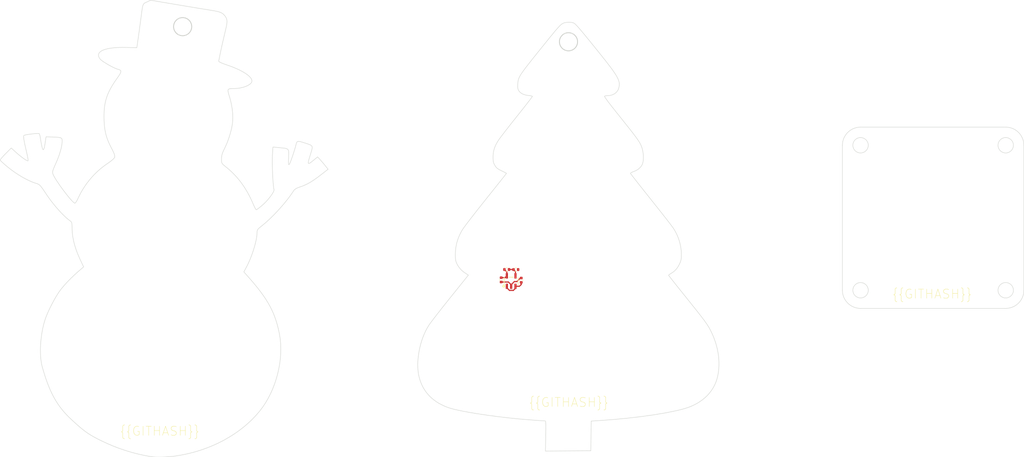
<source format=kicad_pcb>
(kicad_pcb (version 20221018) (generator pcbnew)
  (layers (0 "F.Cu" signal) (31 "B.Cu" signal) (34 "B.Paste" user) (35 "F.Paste" user) (36 "B.SilkS" user "B.Silkscreen") (37 "F.SilkS" user "F.Silkscreen") (38 "B.Mask" user) (39 "F.Mask" user) (44 "Edge.Cuts" user))
  (net 0 "")
  (net 1 "vcc")
  (net 2 "gnd")
  (net 3 "out")
  (net 4 "vcc-1")
  (footprint "lib:SOT-23-5_L3.0-W1.7-P0.95-LS2.8-BL" (layer "F.Cu") (at 148.59 111.76)
    (fp_text reference "U1" hide)
    (fp_text value "")
    (fp_line (start -1.53 0.85) (end -1.53 -0.85) (stroke (width 0.15)) (layer "F.SilkS"))
    (fp_line (start 0.48 -0.85) (end -0.48 -0.85) (stroke (width 0.15)) (layer "F.SilkS"))
    (fp_line (start 1.53 0.85) (end 1.53 -0.85) (stroke (width 0.15)) (layer "F.SilkS"))
    (fp_circle (center -1.65 1.14) (end -1.5 1.14) (stroke (width 0.3)) (fill none) (layer "F.SilkS"))
    (pad "1" smd rect (at -0.95 1.15) (size 0.49 1.16) (layers "F.Cu" "F.Paste" "F.Mask") (net 1 "vcc"))
    (pad "2" smd rect (at 0 1.15) (size 0.49 1.16) (layers "F.Cu" "F.Paste" "F.Mask") (net 2 "gnd"))
    (pad "3" smd rect (at 0.95 1.15) (size 0.49 1.16) (layers "F.Cu" "F.Paste" "F.Mask") (net 1 "vcc"))
    (pad "4" smd rect (at 0.95 -1.15) (size 0.49 1.18) (layers "F.Cu" "F.Paste" "F.Mask") (net 3 "out"))
    (pad "5" smd rect (at -0.95 -1.15) (size 0.49 1.18) (layers "F.Cu" "F.Paste" "F.Mask") (net 4 "vcc-1"))
  )
  (footprint "lib:C0402" (layer "F.Cu") (at 146.390075 111.493052 -90)
    (fp_text reference "C2" hide)
    (fp_text value "Multilayer Ceramic Capacitors MLCC - SMD/SMT 1uF 6.3V 0402 RoHS")
    (fp_line (start -0.107836 -0.36) (end 0.107836 -0.36) (stroke (width 0.12)) (layer "F.SilkS"))
    (fp_line (start -0.107836 0.36) (end 0.107836 0.36) (stroke (width 0.12)) (layer "F.SilkS"))
    (pad "1" smd roundrect (at -0.48 0 270) (size 0.56 0.62) (layers "F.Cu" "F.Paste" "F.Mask") (net 4 "vcc-1"))
    (pad "2" smd roundrect (at 0.48 0 270) (size 0.56 0.62) (layers "F.Cu" "F.Paste" "F.Mask") (net 2 "gnd"))
  )
  (footprint "lib:R0402" (layer "F.Cu") (at 149.613894 109.22145)
    (fp_text reference "R2" hide)
    (fp_text value "Chip Resistor - Surface Mount 10KOhms ±5% 1/16W 0402 RoHS")
    (fp_line (start -0.153641 -0.38) (end 0.153641 -0.38) (stroke (width 0.12)) (layer "F.SilkS"))
    (fp_line (start -0.153641 0.38) (end 0.153641 0.38) (stroke (width 0.12)) (layer "F.SilkS"))
    (pad "1" smd roundrect (at -0.51 0) (size 0.54 0.64) (layers "F.Cu" "F.Paste" "F.Mask") (net 3 "out"))
    (pad "2" smd roundrect (at 0.51 0) (size 0.54 0.64) (layers "F.Cu" "F.Paste" "F.Mask") (net 2 "gnd"))
  )
  (footprint "lib:C0402" (layer "F.Cu") (at 150.806177 111.570302 90)
    (fp_text reference "C1" hide)
    (fp_text value "Multilayer Ceramic Capacitors MLCC - SMD/SMT 1uF 6.3V 0402 RoHS")
    (fp_line (start -0.107836 -0.36) (end 0.107836 -0.36) (stroke (width 0.12)) (layer "F.SilkS"))
    (fp_line (start -0.107836 0.36) (end 0.107836 0.36) (stroke (width 0.12)) (layer "F.SilkS"))
    (pad "1" smd roundrect (at -0.48 0 90) (size 0.56 0.62) (layers "F.Cu" "F.Paste" "F.Mask") (net 1 "vcc"))
    (pad "2" smd roundrect (at 0.48 0 90) (size 0.56 0.62) (layers "F.Cu" "F.Paste" "F.Mask") (net 2 "gnd"))
  )
  (footprint "lib:R0402" (layer "F.Cu") (at 147.607116 109.208828)
    (fp_text reference "R1" hide)
    (fp_text value "Chip Resistor - Surface Mount 18KOhms ±5% 1/16W 0402 RoHS")
    (fp_line (start -0.153641 -0.38) (end 0.153641 -0.38) (stroke (width 0.12)) (layer "F.SilkS"))
    (fp_line (start -0.153641 0.38) (end 0.153641 0.38) (stroke (width 0.12)) (layer "F.SilkS"))
    (pad "1" smd roundrect (at -0.51 0) (size 0.54 0.64) (layers "F.Cu" "F.Paste" "F.Mask") (net 4 "vcc-1"))
    (pad "2" smd roundrect (at 0.51 0) (size 0.54 0.64) (layers "F.Cu" "F.Paste" "F.Mask") (net 3 "out"))
  )
  (gr_circle (center 225.62 81.79) (end 227.32 81.79) (stroke (width 0.1)) (fill none) (layer "Edge.Cuts"))
  (gr_circle (center 257.62 113.79) (end 259.32 113.79) (stroke (width 0.1)) (fill none) (layer "Edge.Cuts"))
  (gr_circle (center 257.62 81.79) (end 259.32 81.79) (stroke (width 0.1)) (fill none) (layer "Edge.Cuts"))
  (gr_poly (pts (xy 75.142222 50.797022) (xy 79.756606 51.568267) (xy 82.366969 51.99203) (xy 83.019066 52.095762) (xy 83.303876 52.146979) (xy 83.563537 52.198618) (xy 83.799806 52.251323) (xy 84.01444 52.305736) (xy 84.209196 52.362498) (xy 84.385831 52.422252) (xy 84.546102 52.485641) (xy 84.691766 52.553306) (xy 84.824581 52.62589) (xy 84.946303 52.704035) (xy 85.05869 52.788383) (xy 85.163499 52.879577) (xy 85.262486 52.978258) (xy 85.357409 53.08507) (xy 85.479286 53.234958) (xy 85.586233 53.378736) (xy 85.634185 53.44915) (xy 85.678498 53.519015) (xy 85.719202 53.588656) (xy 85.75633 53.658402) (xy 85.789911 53.728576) (xy 85.819976 53.799506) (xy 85.846558 53.871517) (xy 85.869686 53.944936) (xy 85.889392 54.020089) (xy 85.905707 54.097301) (xy 85.918662 54.176899) (xy 85.928287 54.259209) (xy 85.934615 54.344557) (xy 85.937675 54.433269) (xy 85.937499 54.525672) (xy 85.934119 54.62209) (xy 85.927564 54.722851) (xy 85.917866 54.82828) (xy 85.889166 55.054449) (xy 85.848266 55.303204) (xy 85.795414 55.577155) (xy 85.730859 55.878909) (xy 85.654849 56.211077) (xy 84.878546 59.55341) (xy 84.657875 60.550977) (xy 84.450892 61.532488) (xy 84.331406 62.116419) (xy 84.229648 62.629765) (xy 84.15639 63.017063) (xy 84.122409 63.222849) (xy 84.123062 63.236814) (xy 84.127967 63.251873) (xy 84.137065 63.268001) (xy 84.150302 63.285171) (xy 84.167619 63.303357) (xy 84.188962 63.322534) (xy 84.214273 63.342674) (xy 84.243497 63.363751) (xy 84.313454 63.408613) (xy 84.398381 63.456909) (xy 84.497828 63.50843) (xy 84.611342 63.562966) (xy 84.738473 63.620306) (xy 84.878767 63.680241) (xy 85.031775 63.742561) (xy 85.197043 63.807056) (xy 85.374121 63.873515) (xy 85.562558 63.94173) (xy 85.7619 64.011489) (xy 85.971698 64.082583) (xy 86.585981 64.296029) (xy 87.172975 64.516947) (xy 87.730729 64.744054) (xy 88.257293 64.976069) (xy 88.75072 65.211708) (xy 89.209058 65.449689) (xy 89.63036 65.68873) (xy 90.012676 65.927548) (xy 90.354056 66.16486) (xy 90.652552 66.399385) (xy 90.906214 66.629839) (xy 91.113092 66.85494) (xy 91.271238 67.073405) (xy 91.378702 67.283953) (xy 91.412819 67.385857) (xy 91.433535 67.485301) (xy 91.440605 67.582123) (xy 91.433787 67.676165) (xy 91.41712 67.753004) (xy 91.390362 67.829368) (xy 91.35383 67.905131) (xy 91.307839 67.980165) (xy 91.252707 68.054343) (xy 91.188749 68.12754) (xy 91.116281 68.199626) (xy 91.03562 68.270477) (xy 90.947082 68.339964) (xy 90.850984 68.407961) (xy 90.747641 68.47434) (xy 90.637371 68.538975) (xy 90.520488 68.601739) (xy 90.39731 68.662505) (xy 90.268153 68.721145) (xy 90.133332 68.777534) (xy 89.993165 68.831543) (xy 89.847967 68.883047) (xy 89.543745 68.978027) (xy 89.223197 69.06146) (xy 88.888852 69.132329) (xy 88.54324 69.189618) (xy 88.188892 69.232313) (xy 88.009232 69.24787) (xy 87.828337 69.259397) (xy 87.646523 69.266767) (xy 87.464106 69.269854) (xy 87.202959 69.272042) (xy 86.97453 69.277492) (xy 86.777472 69.288473) (xy 86.690288 69.296746) (xy 86.610443 69.307253) (xy 86.537768 69.320276) (xy 86.472096 69.3361) (xy 86.413258 69.355009) (xy 86.361087 69.377285) (xy 86.315414 69.403211) (xy 86.276071 69.433073) (xy 86.24289 69.467154) (xy 86.215703 69.505736) (xy 86.194342 69.549103) (xy 86.178638 69.59754) (xy 86.168424 69.65133) (xy 86.163532 69.710755) (xy 86.163793 69.776101) (xy 86.169039 69.847649) (xy 86.179102 69.925685) (xy 86.193814 70.010491) (xy 86.236514 70.20155) (xy 86.295792 70.423093) (xy 86.370304 70.677389) (xy 86.458705 70.966708) (xy 86.582128 71.384478) (xy 86.694998 71.803093) (xy 86.797211 72.221567) (xy 86.888665 72.638919) (xy 86.969257 73.054166) (xy 87.038885 73.466323) (xy 87.097447 73.874409) (xy 87.144838 74.277439) (xy 87.180958 74.674432) (xy 87.205702 75.064404) (xy 87.21897 75.446371) (xy 87.220657 75.819352) (xy 87.210662 76.182361) (xy 87.188881 76.534418) (xy 87.155212 76.874538) (xy 87.109553 77.201739) (xy 86.986123 77.871628) (xy 86.830027 78.558912) (xy 86.643845 79.255662) (xy 86.430157 79.953949) (xy 86.19154 80.645848) (xy 85.930575 81.323429) (xy 85.649841 81.978766) (xy 85.351916 82.60393) (xy 85.189192 82.938586) (xy 85.118752 83.093315) (xy 85.055229 83.240939) (xy 84.998352 83.382431) (xy 84.947849 83.518761) (xy 84.903447 83.650903) (xy 84.864875 83.779828) (xy 84.831859 83.906506) (xy 84.804129 84.031911) (xy 84.781412 84.157013) (xy 84.763435 84.282785) (xy 84.749927 84.410197) (xy 84.740615 84.540223) (xy 84.735228 84.673833) (xy 84.733493 84.811999) (xy 84.736223 85.129082) (xy 84.741369 85.261496) (xy 84.750575 85.379459) (xy 84.764997 85.485194) (xy 84.774524 85.534172) (xy 84.785789 85.580928) (xy 84.798934 85.625739) (xy 84.814106 85.668884) (xy 84.831447 85.710641) (xy 84.851104 85.751288) (xy 84.873219 85.791103) (xy 84.897937 85.830364) (xy 84.925403 85.869349) (xy 84.955761 85.908337) (xy 84.989155 85.947605) (xy 85.02573 85.987432) (xy 85.109 86.069873) (xy 85.206725 86.157886) (xy 85.320061 86.253696) (xy 85.598185 86.477602) (xy 86.096863 86.886277) (xy 86.577755 87.306529) (xy 87.04138 87.739064) (xy 87.488258 88.184586) (xy 87.918909 88.6438) (xy 88.333852 89.117412) (xy 88.733607 89.606125) (xy 89.118694 90.110646) (xy 89.489632 90.631678) (xy 89.846941 91.169927) (xy 90.19114 91.726098) (xy 90.52275 92.300895) (xy 90.84229 92.895024) (xy 91.150279 93.509189) (xy 91.447237 94.144095) (xy 91.733683 94.800448) (xy 91.84059 95.047283) (xy 91.945802 95.277558) (xy 92.046625 95.486234) (xy 92.140364 95.668271) (xy 92.224324 95.818627) (xy 92.295813 95.932265) (xy 92.326039 95.973739) (xy 92.352136 96.004143) (xy 92.373767 96.022848) (xy 92.382804 96.027616) (xy 92.390597 96.029223) (xy 92.399173 96.028006) (xy 92.410522 96.024397) (xy 92.441219 96.010237) (xy 92.482045 95.987221) (xy 92.53236 95.955824) (xy 92.591521 95.916524) (xy 92.658887 95.869798) (xy 92.815666 95.755976) (xy 92.997564 95.618173) (xy 93.199447 95.460204) (xy 93.416182 95.285885) (xy 93.642634 95.099032) (xy 93.891007 94.882848) (xy 94.141366 94.648628) (xy 94.390948 94.400061) (xy 94.636991 94.140836) (xy 94.87673 93.874641) (xy 95.107403 93.605164) (xy 95.326247 93.336095) (xy 95.530498 93.071122) (xy 95.717394 92.813933) (xy 95.884171 92.568218) (xy 96.028066 92.337665) (xy 96.146316 92.125962) (xy 96.236159 91.936798) (xy 96.294829 91.773863) (xy 96.311612 91.703383) (xy 96.319566 91.640844) (xy 96.318345 91.586706) (xy 96.307605 91.54143) (xy 96.264441 91.378418) (xy 96.221593 91.121805) (xy 96.138989 90.373142) (xy 96.064068 89.386161) (xy 96.001109 88.251583) (xy 95.954389 87.060129) (xy 95.928186 85.902519) (xy 95.926777 84.869474) (xy 95.95444 84.051714) (xy 96.07471 82.177477) (xy 97.36716 82.304781) (xy 98.13507 82.379263) (xy 98.441266 82.413109) (xy 98.700599 82.449744) (xy 98.916803 82.492956) (xy 99.009898 82.518212) (xy 99.09361 82.546534) (xy 99.168406 82.578395) (xy 99.234753 82.614268) (xy 99.293117 82.654627) (xy 99.343964 82.699946) (xy 99.387763 82.750698) (xy 99.424978 82.807357) (xy 99.456076 82.870396) (xy 99.481525 82.94029) (xy 99.501791 83.017511) (xy 99.51734 83.102533) (xy 99.536155 83.297877) (xy 99.541702 83.530109) (xy 99.537716 83.803018) (xy 99.51607 84.486025) (xy 99.501811 85.019341) (xy 99.495778 85.429631) (xy 99.49953 85.727933) (xy 99.505563 85.838537) (xy 99.514626 85.925284) (xy 99.526915 85.989553) (xy 99.542625 86.032723) (xy 99.551823 86.046828) (xy 99.56195 86.056175) (xy 99.573029 86.060938) (xy 99.585085 86.061289) (xy 99.612224 86.049443) (xy 99.643564 86.022019) (xy 99.679299 85.980395) (xy 99.719623 85.925951) (xy 99.770963 85.835961) (xy 99.83738 85.6921) (xy 100.00736 85.267042) (xy 100.213404 84.699332) (xy 100.439353 84.037526) (xy 100.669049 83.330178) (xy 100.886332 82.625845) (xy 101.075044 81.973082) (xy 101.219027 81.420443) (xy 101.232451 81.367288) (xy 101.246658 81.317349) (xy 101.261814 81.270604) (xy 101.278084 81.227032) (xy 101.295634 81.186611) (xy 101.314631 81.149321) (xy 101.33524 81.115138) (xy 101.357628 81.084043) (xy 101.381959 81.056013) (xy 101.4084 81.031027) (xy 101.437117 81.009064) (xy 101.468275 80.990102) (xy 101.502041 80.974119) (xy 101.538581 80.961095) (xy 101.578059 80.951007) (xy 101.620643 80.943835) (xy 101.666497 80.939556) (xy 101.715788 80.938149) (xy 101.768682 80.939594) (xy 101.825345 80.943867) (xy 101.885942 80.950949) (xy 101.950639 80.960817) (xy 102.019603 80.97345) (xy 102.092998 80.988826) (xy 102.170992 81.006924) (xy 102.253749 81.027723) (xy 102.434219 81.077337) (xy 102.635734 81.137495) (xy 102.859622 81.208025) (xy 103.581471 81.438726) (xy 103.868146 81.535185) (xy 104.108644 81.625316) (xy 104.212356 81.669476) (xy 104.305459 81.713816) (xy 104.388264 81.758923) (xy 104.461082 81.805384) (xy 104.524226 81.853787) (xy 104.578006 81.904719) (xy 104.622735 81.958768) (xy 104.658725 82.01652) (xy 104.686285 82.078563) (xy 104.705729 82.145484) (xy 104.717368 82.217871) (xy 104.721513 82.296311) (xy 104.718476 82.381392) (xy 104.708568 82.4737) (xy 104.692102 82.573823) (xy 104.669388 82.682348) (xy 104.606464 82.926954) (xy 104.522289 83.212218) (xy 104.300158 83.92351) (xy 104.076968 84.658354) (xy 103.993442 84.95378) (xy 103.929762 85.203046) (xy 103.886777 85.407528) (xy 103.865337 85.568604) (xy 103.862962 85.633296) (xy 103.866292 85.687652) (xy 103.875434 85.731846) (xy 103.890492 85.766049) (xy 103.911574 85.790433) (xy 103.938786 85.805172) (xy 103.972234 85.810436) (xy 104.012025 85.806398) (xy 104.058263 85.79323) (xy 104.111056 85.771105) (xy 104.236732 85.700671) (xy 104.3899 85.596472) (xy 104.571411 85.459887) (xy 105.02286 85.095065) (xy 105.918216 84.355181) (xy 106.388476 84.86751) (xy 106.496975 84.987739) (xy 106.625318 85.133369) (xy 106.92254 85.478508) (xy 107.242155 85.858286) (xy 107.546176 86.22806) (xy 108.2336 87.076296) (xy 106.72333 88.254687) (xy 106.031007 88.783192) (xy 105.392025 89.245391) (xy 105.089314 89.453516) (xy 104.796071 89.647331) (xy 104.511007 89.827593) (xy 104.232833 89.995056) (xy 103.960259 90.150478) (xy 103.691998 90.294613) (xy 103.426759 90.428217) (xy 103.163254 90.552046) (xy 102.900193 90.666855) (xy 102.636288 90.773401) (xy 102.370249 90.872439) (xy 102.100787 90.964724) (xy 101.955978 91.013649) (xy 101.818902 91.062832) (xy 101.689432 91.112348) (xy 101.567439 91.162273) (xy 101.452795 91.212683) (xy 101.345371 91.263651) (xy 101.245039 91.315254) (xy 101.151671 91.367567) (xy 101.065138 91.420665) (xy 100.985313 91.474624) (xy 100.912065 91.529517) (xy 100.845269 91.585421) (xy 100.784794 91.642412) (xy 100.730512 91.700563) (xy 100.682296 91.759951) (xy 100.640017 91.82065) (xy 100.313962 92.312951) (xy 99.958065 92.82026) (xy 99.575318 93.339289) (xy 99.168711 93.866747) (xy 98.741234 94.399346) (xy 98.295878 94.933795) (xy 97.835635 95.466804) (xy 97.363494 95.995083) (xy 96.882446 96.515343) (xy 96.395482 97.024295) (xy 95.905593 97.518647) (xy 95.415769 97.995111) (xy 94.929002 98.450396) (xy 94.44828 98.881213) (xy 93.976596 99.284272) (xy 93.51694 99.656283) (xy 93.364132 99.777198) (xy 93.228349 99.887118) (xy 93.108601 99.987555) (xy 93.003899 100.080022) (xy 92.913256 100.166032) (xy 92.835682 100.247098) (xy 92.770188 100.324733) (xy 92.741662 100.362737) (xy 92.715786 100.40045) (xy 92.692435 100.438062) (xy 92.671487 100.475762) (xy 92.652817 100.513738) (xy 92.636302 100.552181) (xy 92.621819 100.591279) (xy 92.609244 100.631221) (xy 92.589322 100.714395) (xy 92.575548 100.803215) (xy 92.566934 100.899195) (xy 92.56249 101.003847) (xy 92.561229 101.118685) (xy 92.548214 101.459191) (xy 92.510172 101.840399) (xy 92.448603 102.257479) (xy 92.365007 102.705605) (xy 92.260885 103.179948) (xy 92.137739 103.675679) (xy 91.997068 104.187971) (xy 91.840373 104.711996) (xy 91.669155 105.242926) (xy 91.484915 105.775933) (xy 91.289154 106.306188) (xy 91.083372 106.828864) (xy 90.86907 107.339132) (xy 90.647749 107.832164) (xy 90.420909 108.303133) (xy 90.190051 108.74721) (xy 89.658061 109.729433) (xy 90.799319 111.025652) (xy 91.552256 111.894452) (xy 92.247519 112.726345) (xy 92.887901 113.52649) (xy 93.476195 114.300047) (xy 94.015193 115.052178) (xy 94.507688 115.788042) (xy 94.956473 116.5128) (xy 95.364341 117.231612) (xy 95.734083 117.949638) (xy 96.068493 118.672038) (xy 96.370364 119.403974) (xy 96.642488 120.150605) (xy 96.887657 120.917091) (xy 97.108665 121.708593) (xy 97.308304 122.530271) (xy 97.489367 123.387286) (xy 97.659586 124.435519) (xy 97.764545 125.512723) (xy 97.805707 126.613102) (xy 97.784533 127.73086) (xy 97.702485 128.860202) (xy 97.561026 129.995332) (xy 97.361618 131.130454) (xy 97.105722 132.259774) (xy 96.794801 133.377494) (xy 96.430316 134.47782) (xy 96.01373 135.554956) (xy 95.546505 136.603107) (xy 95.030102 137.616476) (xy 94.465984 138.589268) (xy 93.855613 139.515689) (xy 93.20045 140.389941) (xy 92.386005 141.350273) (xy 91.510226 142.273552) (xy 90.576227 143.158109) (xy 89.587122 144.002278) (xy 88.546024 144.80439) (xy 87.456048 145.562779) (xy 86.320308 146.275777) (xy 85.141916 146.941716) (xy 83.923988 147.558929) (xy 82.669636 148.125749) (xy 81.381976 148.640508) (xy 80.06412 149.101539) (xy 78.719182 149.507174) (xy 77.350277 149.855747) (xy 75.960518 150.145589) (xy 74.553019 150.375033) (xy 73.862872 150.459306) (xy 73.131633 150.525975) (xy 72.383923 150.574372) (xy 71.644361 150.603827) (xy 70.93757 150.613671) (xy 70.288169 150.603235) (xy 69.720779 150.57185) (xy 69.475532 150.548093) (xy 69.26002 150.518847) (xy 69.260051 150.518832) (xy 67.831835 150.262486) (xy 66.416949 149.953785) (xy 65.016193 149.592984) (xy 63.630368 149.180338) (xy 62.260274 148.716103) (xy 60.90671 148.200532) (xy 59.570477 147.633881) (xy 58.252375 147.016405) (xy 57.283074 146.528505) (xy 56.847829 146.298277) (xy 56.438641 146.072324) (xy 56.050351 145.846994) (xy 55.6778 145.618633) (xy 55.315827 145.383588) (xy 54.959273 145.138205) (xy 54.602979 144.87883) (xy 54.241783 144.601811) (xy 53.870528 144.303492) (xy 53.484054 143.980222) (xy 52.644807 143.244211) (xy 51.682765 142.36455) (xy 51.097036 141.804159) (xy 50.54538 141.238954) (xy 50.025658 140.665073) (xy 49.535731 140.078649) (xy 49.07346 139.475819) (xy 48.636705 138.852719) (xy 48.223328 138.205483) (xy 47.831189 137.530249) (xy 47.458149 136.823151) (xy 47.10207 136.080325) (xy 46.760812 135.297907) (xy 46.432236 134.472032) (xy 46.114202 133.598836) (xy 45.804573 132.674455) (xy 45.501208 131.695024) (xy 45.201968 130.656679) (xy 45.078569 130.147371) (xy 44.978794 129.594224) (xy 44.90231 129.00242) (xy 44.848785 128.377144) (xy 44.817886 127.723579) (xy 44.809281 127.046907) (xy 44.822637 126.352311) (xy 44.857621 125.644974) (xy 44.913901 124.93008) (xy 44.991145 124.212811) (xy 45.089019 123.498351) (xy 45.207191 122.791883) (xy 45.345328 122.098589) (xy 45.503099 121.423652) (xy 45.68017 120.772256) (xy 45.876208 120.149584) (xy 46.005143 119.787909) (xy 46.154924 119.401263) (xy 46.508073 118.570286) (xy 46.917749 117.69111) (xy 47.366047 116.79819) (xy 47.83506 115.92598) (xy 48.306883 115.108937) (xy 48.76361 114.381515) (xy 48.980717 114.062179) (xy 49.187335 113.77817) (xy 49.387433 113.519297) (xy 49.599256 113.255538) (xy 50.056372 112.715109) (xy 50.555279 112.160374) (xy 51.092575 111.594824) (xy 51.664855 111.021952) (xy 52.268718 110.445248) (xy 52.900758 109.868205) (xy 53.557574 109.294314) (xy 54.329783 108.634142) (xy 53.616031 107.110232) (xy 53.390001 106.6154) (xy 53.179365 106.128819) (xy 52.984012 105.650049) (xy 52.803829 105.178652) (xy 52.638704 104.71419) (xy 52.488525 104.256224) (xy 52.353181 103.804315) (xy 52.232559 103.358025) (xy 52.126547 102.916915) (xy 52.035034 102.480548) (xy 51.957906 102.048484) (xy 51.895053 101.620284) (xy 51.846363 101.195511) (xy 51.811722 100.773726) (xy 51.79102 100.35449) (xy 51.784144 99.937365) (xy 51.780657 99.620612) (xy 51.776007 99.482669) (xy 51.769161 99.357285) (xy 51.759927 99.243666) (xy 51.748111 99.141014) (xy 51.733519 99.048534) (xy 51.715958 98.96543) (xy 51.695233 98.890904) (xy 51.671153 98.824161) (xy 51.643523 98.764406) (xy 51.612149 98.71084) (xy 51.576839 98.662669) (xy 51.537399 98.619096) (xy 51.493635 98.579325) (xy 51.445353 98.542559) (xy 51.149902 98.324092) (xy 50.839064 98.073347) (xy 50.514896 97.792628) (xy 50.179453 97.484238) (xy 49.834791 97.150482) (xy 49.482966 96.793665) (xy 49.126033 96.41609) (xy 48.766047 96.020062) (xy 48.405065 95.607885) (xy 48.045142 95.181864) (xy 47.688333 94.744302) (xy 47.336694 94.297504) (xy 46.992281 93.843774) (xy 46.657149 93.385417) (xy 46.333354 92.924737) (xy 46.022952 92.464037) (xy 45.611719 91.844971) (xy 45.279782 91.362091) (xy 45.137757 91.165551) (xy 45.008606 90.995655) (xy 44.89001 90.849933) (xy 44.779654 90.725918) (xy 44.675221 90.621143) (xy 44.574392 90.533138) (xy 44.474852 90.459437) (xy 44.374284 90.397571) (xy 44.27037 90.345073) (xy 44.160793 90.299474) (xy 44.043237 90.258307) (xy 43.915385 90.219103) (xy 43.593888 90.117525) (xy 43.255864 89.996009) (xy 42.903268 89.855657) (xy 42.538058 89.697573) (xy 42.162189 89.522858) (xy 41.777618 89.332616) (xy 41.386301 89.127951) (xy 40.990194 88.909964) (xy 40.591254 88.679759) (xy 40.191438 88.438438) (xy 39.792701 88.187105) (xy 39.396999 87.926862) (xy 39.00629 87.658812) (xy 38.622529 87.384058) (xy 38.247673 87.103703) (xy 37.883677 86.81885) (xy 37.49456 86.502783) (xy 37.131548 86.199554) (xy 36.802586 85.916398) (xy 36.515619 85.660548) (xy 36.278593 85.439239) (xy 36.099452 85.259705) (xy 36.034071 85.187865) (xy 35.986141 85.129182) (xy 35.956654 85.08456) (xy 35.946605 85.054903) (xy 35.948192 85.042433) (xy 35.952903 85.026953) (xy 35.971384 84.987332) (xy 36.001425 84.936776) (xy 36.042403 84.876021) (xy 36.093695 84.805804) (xy 36.154681 84.726859) (xy 36.224736 84.639924) (xy 36.303239 84.545735) (xy 36.389567 84.445026) (xy 36.483097 84.338536) (xy 36.689276 84.11115) (xy 36.916796 83.869466) (xy 37.037003 83.745102) (xy 37.160678 83.619372) (xy 38.374759 82.395922) (xy 39.365809 83.301684) (xy 39.814301 83.698656) (xy 40.266196 84.075272) (xy 40.704205 84.419302) (xy 41.111041 84.718514) (xy 41.469414 84.960676) (xy 41.625024 85.056541) (xy 41.762035 85.133557) (xy 41.878286 85.190195) (xy 41.971615 85.224926) (xy 42.039863 85.236222) (xy 42.063905 85.232603) (xy 42.080867 85.222552) (xy 42.085566 85.215268) (xy 42.089233 85.203934) (xy 42.093537 85.169549) (xy 42.093921 85.120268) (xy 42.090523 85.056964) (xy 42.083485 84.98051) (xy 42.072948 84.891778) (xy 42.059051 84.79164) (xy 42.041937 84.68097) (xy 41.998614 84.43152) (xy 41.944105 84.150408) (xy 41.879534 83.844615) (xy 41.806025 83.52112) (xy 41.578977 82.541169) (xy 41.399614 81.732306) (xy 41.265507 81.079136) (xy 41.174225 80.56626) (xy 41.123338 80.17828) (xy 41.112283 80.026315) (xy 41.110416 79.899799) (xy 41.117432 79.796809) (xy 41.133029 79.71542) (xy 41.156901 79.653706) (xy 41.188746 79.609743) (xy 41.213078 79.592846) (xy 41.252556 79.575085) (xy 41.372962 79.537437) (xy 41.541984 79.497733) (xy 41.751641 79.456905) (xy 42.26094 79.37561) (xy 42.837013 79.301016) (xy 43.416018 79.240586) (xy 43.934111 79.201782) (xy 44.150364 79.192822) (xy 44.327447 79.192067) (xy 44.45738 79.20045) (xy 44.532183 79.218905) (xy 44.538527 79.223215) (xy 44.545097 79.229471) (xy 44.551878 79.23762) (xy 44.558855 79.247608) (xy 44.573336 79.272888) (xy 44.588416 79.304879) (xy 44.603974 79.343154) (xy 44.619887 79.387282) (xy 44.636031 79.436835) (xy 44.652284 79.491383) (xy 44.668525 79.550496) (xy 44.684629 79.613746) (xy 44.700475 79.680703) (xy 44.715939 79.750937) (xy 44.7309 79.82402) (xy 44.745234 79.899521) (xy 44.75882 79.977012) (xy 44.771533 80.056063) (xy 44.946351 81.130774) (xy 45.025944 81.564983) (xy 45.101061 81.931234) (xy 45.172253 82.230134) (xy 45.24007 82.462288) (xy 45.305063 82.628302) (xy 45.336673 82.686696) (xy 45.367783 82.728781) (xy 45.398463 82.754634) (xy 45.428781 82.764331) (xy 45.458807 82.757947) (xy 45.488608 82.735557) (xy 45.518254 82.697238) (xy 45.547814 82.643066) (xy 45.606951 82.487462) (xy 45.666568 82.269351) (xy 45.727218 81.98934) (xy 45.78945 81.648032) (xy 45.853816 81.246035) (xy 46.055377 79.918581) (xy 47.417926 79.96628) (xy 48.109143 79.993687) (xy 48.392021 80.009194) (xy 48.636741 80.027435) (xy 48.846051 80.049559) (xy 49.022696 80.076715) (xy 49.169424 80.110051) (xy 49.288982 80.150717) (xy 49.339431 80.174158) (xy 49.384117 80.199861) (xy 49.423385 80.227972) (xy 49.457577 80.258632) (xy 49.487036 80.291987) (xy 49.512107 80.32818) (xy 49.533132 80.367353) (xy 49.550455 80.409652) (xy 49.575367 80.504197) (xy 49.589592 80.612965) (xy 49.595876 80.737105) (xy 49.596965 80.877764) (xy 49.590289 81.099803) (xy 49.571905 81.336737) (xy 49.542029 81.587807) (xy 49.500879 81.852253) (xy 49.448672 82.129318) (xy 49.385623 82.418243) (xy 49.311951 82.718269) (xy 49.227873 83.028637) (xy 49.133604 83.34859) (xy 49.029362 83.677367) (xy 48.915364 84.014212) (xy 48.791827 84.358364) (xy 48.658967 84.709065) (xy 48.517002 85.065558) (xy 48.366148 85.427082) (xy 48.206622 85.792879) (xy 47.949769 86.374791) (xy 47.755997 86.832451) (xy 47.68104 87.021721) (xy 47.619784 87.188367) (xy 47.571537 87.335205) (xy 47.535609 87.465048) (xy 47.511311 87.580709) (xy 47.497952 87.685002) (xy 47.494842 87.78074) (xy 47.501291 87.870737) (xy 47.516609 87.957807) (xy 47.540106 88.044763) (xy 47.571091 88.134418) (xy 47.608874 88.229586) (xy 47.761079 88.551834) (xy 47.975096 88.939463) (xy 48.241913 89.380584) (xy 48.55252 89.863307) (xy 49.269066 90.905997) (xy 50.052651 91.972411) (xy 50.831193 92.967426) (xy 51.196047 93.408433) (xy 51.532609 93.795921) (xy 51.831869 94.117998) (xy 52.084818 94.362774) (xy 52.282443 94.518359) (xy 52.357694 94.558989) (xy 52.415736 94.572863) (xy 52.426811 94.571375) (xy 52.439084 94.56696) (xy 52.452509 94.559691) (xy 52.467041 94.549641) (xy 52.482633 94.536883) (xy 52.499239 94.521489) (xy 52.516813 94.503532) (xy 52.535309 94.483086) (xy 52.574881 94.435018) (xy 52.617586 94.377866) (xy 52.663055 94.312214) (xy 52.710918 94.238646) (xy 52.760808 94.157745) (xy 52.812354 94.070093) (xy 52.865187 93.976276) (xy 52.918939 93.876875) (xy 52.97324 93.772474) (xy 53.02772 93.663657) (xy 53.082012 93.551007) (xy 53.135745 93.435107) (xy 53.405424 92.869327) (xy 53.69623 92.311615) (xy 54.007442 91.76282) (xy 54.338342 91.223792) (xy 54.688208 90.695381) (xy 55.05632 90.178436) (xy 55.441958 89.673808) (xy 55.844402 89.182347) (xy 56.262932 88.704901) (xy 56.696828 88.242322) (xy 57.145369 87.795459) (xy 57.607836 87.365163) (xy 58.083508 86.952281) (xy 58.571665 86.557666) (xy 59.071586 86.182166) (xy 59.582553 85.826632) (xy 59.914962 85.598282) (xy 60.214172 85.3804) (xy 60.477869 85.17504) (xy 60.595674 85.077698) (xy 60.703732 84.984257) (xy 60.801753 84.894974) (xy 60.889447 84.810106) (xy 60.966524 84.72991) (xy 61.032694 84.654642) (xy 61.087669 84.584559) (xy 61.131158 84.519919) (xy 61.162872 84.460977) (xy 61.182521 84.407992) (xy 61.189444 84.378526) (xy 61.194656 84.347449) (xy 61.198136 84.314702) (xy 61.199864 84.280227) (xy 61.197977 84.205863) (xy 61.188829 84.123892) (xy 61.172254 84.033852) (xy 61.148084 83.935279) (xy 61.116154 83.82771) (xy 61.076297 83.71068) (xy 61.028345 83.583727) (xy 60.972134 83.446388) (xy 60.907495 83.298197) (xy 60.834263 83.138693) (xy 60.75227 82.967412) (xy 60.661351 82.783889) (xy 60.561339 82.587662) (xy 60.452067 82.378268) (xy 60.237971 81.961359) (xy 60.041673 81.555601) (xy 59.862568 81.158484) (xy 59.700049 80.767498) (xy 59.553508 80.380135) (xy 59.422339 79.993885) (xy 59.305935 79.60624) (xy 59.203689 79.21469) (xy 59.114995 78.816725) (xy 59.039245 78.409838) (xy 58.975833 77.991518) (xy 58.924151 77.559256) (xy 58.883594 77.110544) (xy 58.853553 76.642872) (xy 58.833423 76.153731) (xy 58.822596 75.640612) (xy 58.82378 75.019765) (xy 58.843433 74.425285) (xy 58.882591 73.854032) (xy 58.942291 73.302869) (xy 59.023569 72.768658) (xy 59.127459 72.248262) (xy 59.255 71.738542) (xy 59.407225 71.236361) (xy 59.585172 70.73858) (xy 59.789877 70.242062) (xy 60.022374 69.743669) (xy 60.283701 69.240263) (xy 60.574893 68.728705) (xy 60.896986 68.205859) (xy 61.251015 67.668586) (xy 61.638018 67.113749) (xy 61.84244 66.825076) (xy 62.020375 66.566593) (xy 62.17201 66.336298) (xy 62.29753 66.132187) (xy 62.397121 65.95226) (xy 62.470968 65.794512) (xy 62.498296 65.72333) (xy 62.519258 65.656942) (xy 62.533877 65.595098) (xy 62.542176 65.537547) (xy 62.544179 65.484039) (xy 62.539908 65.434323) (xy 62.529387 65.388151) (xy 62.512639 65.34527) (xy 62.489688 65.305431) (xy 62.460556 65.268384) (xy 62.425267 65.233878) (xy 62.383844 65.201662) (xy 62.33631 65.171487) (xy 62.282689 65.143103) (xy 62.157276 65.090703) (xy 62.007792 65.042459) (xy 61.834422 64.996371) (xy 61.657986 64.943069) (xy 61.445562 64.862593) (xy 61.203024 64.758325) (xy 60.93625 64.633653) (xy 60.353499 64.336631) (xy 59.744319 63.998608) (xy 59.155721 63.646664) (xy 58.634716 63.307879) (xy 58.414252 63.151884) (xy 58.228316 63.009334) (xy 58.082783 62.883614) (xy 57.983531 62.778109) (xy 57.869943 62.622242) (xy 57.777351 62.470362) (xy 57.705558 62.322559) (xy 57.654369 62.178917) (xy 57.623588 62.039526) (xy 57.613018 61.904471) (xy 57.622463 61.773839) (xy 57.651728 61.647718) (xy 57.700616 61.526195) (xy 57.768931 61.409356) (xy 57.856477 61.297289) (xy 57.963058 61.190081) (xy 58.088479 61.087819) (xy 58.232542 60.99059) (xy 58.395052 60.89848) (xy 58.575812 60.811578) (xy 58.774627 60.72997) (xy 58.991301 60.653743) (xy 59.225638 60.582984) (xy 59.477441 60.51778) (xy 59.746514 60.458218) (xy 60.032661 60.404385) (xy 60.335687 60.356369) (xy 60.655395 60.314256) (xy 60.991589 60.278134) (xy 61.344073 60.248089) (xy 61.712651 60.224208) (xy 62.097127 60.20658) (xy 62.497305 60.195289) (xy 62.912988 60.190424) (xy 63.343981 60.192072) (xy 63.790088 60.20032) (xy 66.056857 60.258219) (xy 66.273486 58.80189) (xy 66.542465 56.891029) (xy 66.884944 54.341891) (xy 67.190183 52.053843) (xy 67.248082 51.679802) (xy 67.303557 51.37005) (xy 67.359078 51.117137) (xy 67.417116 50.913616) (xy 67.48014 50.752035) (xy 67.55062 50.624945) (xy 67.631027 50.524898) (xy 67.72383 50.444442) (xy 67.831501 50.37613) (xy 67.956508 50.312512) (xy 68.268412 50.169558) (xy 69.100734 49.778315)) (stroke (width 0.1)) (fill none) (layer "Edge.Cuts"))
  (gr_arc (start 261.62 113.79) (mid 260.448427 116.618427) (end 257.62 117.79) (stroke (width 0.1)) (layer "Edge.Cuts"))
  (gr_arc (start 225.62 117.79) (mid 222.791573 116.618427) (end 221.62 113.79) (stroke (width 0.1)) (layer "Edge.Cuts"))
  (gr_line (start 261.62 113.79) (end 261.62 81.79) (stroke (width 0.1)) (layer "Edge.Cuts"))
  (gr_circle (center 161.229974 58.946031) (end 163.229974 58.946031) (stroke (width 0.2)) (fill none) (layer "Edge.Cuts"))
  (gr_line (start 221.62 81.79) (end 221.62 113.79) (stroke (width 0.1)) (layer "Edge.Cuts"))
  (gr_arc (start 257.62 77.79) (mid 260.448427 78.961573) (end 261.62 81.79) (stroke (width 0.1)) (layer "Edge.Cuts"))
  (gr_poly (pts (xy 161.429183 54.643361) (xy 161.588699 54.648976) (xy 161.743405 54.660128) (xy 161.8913 54.67685) (xy 162.030385 54.699174) (xy 162.158659 54.727132) (xy 162.274122 54.760758) (xy 162.374774 54.800082) (xy 162.418214 54.822065) (xy 162.465501 54.850416) (xy 162.517128 54.885713) (xy 162.573587 54.928531) (xy 162.702967 55.039035) (xy 162.857578 55.186538) (xy 163.041357 55.37565) (xy 163.258241 55.610981) (xy 163.512165 55.897139) (xy 163.807067 56.238735) (xy 164.146884 56.640378) (xy 164.53555 57.106678) (xy 164.977005 57.642244) (xy 165.475183 58.251687) (xy 166.657456 59.710639) (xy 168.113864 61.520411) (xy 169.490282 63.25197) (xy 170.562092 64.650979) (xy 170.993296 65.243203) (xy 171.359779 65.7732) (xy 171.665351 66.247941) (xy 171.913823 66.674396) (xy 172.109006 67.059535) (xy 172.254708 67.41033) (xy 172.354741 67.733749) (xy 172.412915 68.036764) (xy 172.433041 68.326344) (xy 172.418927 68.609461) (xy 172.374385 68.893084) (xy 172.303226 69.184183) (xy 172.274597 69.278158) (xy 172.242 69.369887) (xy 172.205507 69.459324) (xy 172.165188 69.546423) (xy 172.121114 69.631137) (xy 172.073357 69.713419) (xy 172.021987 69.793223) (xy 171.967076 69.870502) (xy 171.908694 69.945208) (xy 171.846914 70.017296) (xy 171.781806 70.08672) (xy 171.71344 70.153431) (xy 171.641889 70.217383) (xy 171.567223 70.278531) (xy 171.489513 70.336826) (xy 171.408831 70.392223) (xy 171.325247 70.444674) (xy 171.238833 70.494134) (xy 171.14966 70.540554) (xy 171.057799 70.58389) (xy 170.96332 70.624093) (xy 170.866295 70.661118) (xy 170.766796 70.694917) (xy 170.664893 70.725444) (xy 170.560657 70.752652) (xy 170.45416 70.776495) (xy 170.345472 70.796926) (xy 170.234664 70.813898) (xy 170.121809 70.827364) (xy 170.006976 70.837278) (xy 169.890237 70.843593) (xy 169.771663 70.846262) (xy 169.726607 70.847177) (xy 169.681188 70.849133) (xy 169.590479 70.855957) (xy 169.501974 70.8663) (xy 169.418107 70.879728) (xy 169.378675 70.887463) (xy 169.341315 70.895806) (xy 169.306334 70.904703) (xy 169.274034 70.9141) (xy 169.244721 70.923942) (xy 169.218699 70.934176) (xy 169.196272 70.944746) (xy 169.177745 70.955599) (xy 169.171643 70.965792) (xy 169.172154 70.983757) (xy 169.17922 71.009417) (xy 169.192785 71.042693) (xy 169.239181 71.131786) (xy 169.310885 71.250417) (xy 169.407439 71.397965) (xy 169.528385 71.573811) (xy 169.673265 71.777334) (xy 169.841623 72.007915) (xy 170.246938 72.547768) (xy 170.740668 73.18841) (xy 171.319154 73.924882) (xy 171.978732 74.752222) (xy 174.641332 78.093405) (xy 175.537111 79.246786) (xy 176.200008 80.134787) (xy 176.673118 80.816979) (xy 176.99954 81.352933) (xy 177.222371 81.802218) (xy 177.384708 82.224406) (xy 177.462833 82.472098) (xy 177.531331 82.72855) (xy 177.59016 82.991701) (xy 177.639284 83.259489) (xy 177.678662 83.529854) (xy 177.708257 83.800735) (xy 177.728028 84.070071) (xy 177.737937 84.335802) (xy 177.737946 84.595867) (xy 177.728014 84.848205) (xy 177.708104 85.090755) (xy 177.678176 85.321456) (xy 177.638191 85.538248) (xy 177.588111 85.739069) (xy 177.527896 85.92186) (xy 177.457507 86.084559) (xy 177.391656 86.207668) (xy 177.318059 86.327563) (xy 177.236853 86.444134) (xy 177.148173 86.557272) (xy 177.052156 86.666869) (xy 176.948938 86.772814) (xy 176.838657 86.874999) (xy 176.721448 86.973315) (xy 176.597448 87.067652) (xy 176.466794 87.157903) (xy 176.32962 87.243956) (xy 176.186065 87.325705) (xy 176.036265 87.403039) (xy 175.880355 87.475849) (xy 175.718473 87.544027) (xy 175.550754 87.607462) (xy 175.482045 87.632835) (xy 175.415483 87.658969) (xy 175.351405 87.685667) (xy 175.290146 87.712731) (xy 175.23204 87.739963) (xy 175.177423 87.767164) (xy 175.126631 87.794136) (xy 175.079997 87.820681) (xy 175.037859 87.846601) (xy 175.00055 87.871698) (xy 174.968407 87.895773) (xy 174.941764 87.918629) (xy 174.920956 87.940066) (xy 174.90632 87.959888) (xy 174.898189 87.977896) (xy 174.896668 87.986157) (xy 174.8969 87.993891) (xy 174.922027 88.037315) (xy 174.991394 88.135797) (xy 175.25375 88.486297) (xy 176.209258 89.720013) (xy 177.617844 91.508896) (xy 179.333926 93.666804) (xy 181.092323 95.879526) (xy 182.616098 97.817656) (xy 183.742073 99.272256) (xy 184.307071 100.034388) (xy 184.515284 100.360502) (xy 184.7117 100.694247) (xy 184.896111 101.034954) (xy 185.068309 101.381957) (xy 185.228084 101.734588) (xy 185.375229 102.092181) (xy 185.509535 102.454068) (xy 185.630794 102.819582) (xy 185.738797 103.188056) (xy 185.833335 103.558822) (xy 185.914201 103.931214) (xy 185.981186 104.304563) (xy 186.034081 104.678204) (xy 186.072678 105.051468) (xy 186.096768 105.423689) (xy 186.106143 105.794199) (xy 186.105091 106.172735) (xy 186.095928 106.491761) (xy 186.087599 106.633067) (xy 186.076394 106.764426) (xy 186.062032 106.887483) (xy 186.044229 107.003882) (xy 186.022703 107.115265) (xy 185.997171 107.223277) (xy 185.967351 107.329562) (xy 185.932961 107.435763) (xy 185.893716 107.543524) (xy 185.849336 107.654488) (xy 185.744037 107.892603) (xy 185.654537 108.079442) (xy 185.563285 108.257402) (xy 185.469989 108.426825) (xy 185.374358 108.588053) (xy 185.276102 108.741425) (xy 185.174928 108.887283) (xy 185.070547 109.025968) (xy 184.962667 109.15782) (xy 184.850997 109.283181) (xy 184.735246 109.402392) (xy 184.615122 109.515794) (xy 184.490336 109.623727) (xy 184.360596 109.726532) (xy 184.22561 109.824551) (xy 184.085088 109.918125) (xy 183.938739 110.007593) (xy 183.810996 110.084401) (xy 183.691836 110.159793) (xy 183.583867 110.231854) (xy 183.489696 110.298666) (xy 183.41193 110.358313) (xy 183.380014 110.384851) (xy 183.353176 110.408878) (xy 183.331744 110.430155) (xy 183.316042 110.448443) (xy 183.306397 110.463502) (xy 183.303947 110.469746) (xy 183.303134 110.475092) (xy 183.318272 110.503511) (xy 183.362609 110.567965) (xy 183.532916 110.797359) (xy 183.802115 111.148045) (xy 184.158269 111.604794) (xy 185.08369 112.775559) (xy 186.213672 114.187815) (xy 189.362188 118.120691) (xy 190.402126 119.447898) (xy 191.169656 120.462983) (xy 191.727633 121.251467) (xy 192.13891 121.898876) (xy 192.466342 122.490732) (xy 192.772785 123.112559) (xy 193.051147 123.726705) (xy 193.303988 124.346147) (xy 193.531154 124.969731) (xy 193.732492 125.596305) (xy 193.907848 126.224716) (xy 194.05707 126.853811) (xy 194.180003 127.482437) (xy 194.276494 128.109442) (xy 194.346391 128.733673) (xy 194.389538 129.353977) (xy 194.405784 129.969202) (xy 194.394974 130.578194) (xy 194.356955 131.1798) (xy 194.291575 131.772869) (xy 194.198678 132.356247) (xy 194.078113 132.928782) (xy 193.929544 133.476781) (xy 193.74781 134.009233) (xy 193.533455 134.525547) (xy 193.287022 135.025131) (xy 193.009057 135.507395) (xy 192.700103 135.971748) (xy 192.360704 136.4176) (xy 191.991405 136.844359) (xy 191.592749 137.251434) (xy 191.165282 137.638235) (xy 190.709547 138.004171) (xy 190.226087 138.348651) (xy 189.715449 138.671084) (xy 189.178175 138.970879) (xy 188.61481 139.247446) (xy 188.025897 139.500193) (xy 187.387382 139.730873) (xy 186.62691 139.962173) (xy 185.752713 140.192844) (xy 184.773022 140.421641) (xy 182.530085 140.868622) (xy 179.96395 141.293139) (xy 177.140466 141.685214) (xy 174.125485 142.034872) (xy 170.984858 142.332135) (xy 167.784435 142.567026) (xy 166.231372 142.664027) (xy 166.19247 145.936793) (xy 166.153667 149.209559) (xy 161.14812 149.247553) (xy 156.142551 149.285548) (xy 156.211231 145.955256) (xy 156.23825 144.264273) (xy 156.238691 143.682086) (xy 156.22939 143.24944) (xy 156.209575 142.946836) (xy 156.195482 142.838207) (xy 156.178471 142.754778) (xy 156.158445 142.69411) (xy 156.135307 142.653767) (xy 156.108961 142.631312) (xy 156.079311 142.624308) (xy 155.214992 142.57575) (xy 153.588337 142.458798) (xy 151.746032 142.31468) (xy 150.23476 142.184626) (xy 147.951424 141.950142) (xy 145.645248 141.676286) (xy 143.382545 141.373503) (xy 141.229626 141.052239) (xy 139.252805 140.722941) (xy 137.518395 140.396054) (xy 136.092708 140.082025) (xy 135.042056 139.7913) (xy 134.381421 139.556594) (xy 133.752014 139.295735) (xy 133.153989 139.00888) (xy 132.587501 138.696185) (xy 132.052705 138.357807) (xy 131.549756 137.993902) (xy 131.078809 137.604627) (xy 130.64002 137.190138) (xy 130.233542 136.750592) (xy 129.859531 136.286146) (xy 129.518141 135.796955) (xy 129.209529 135.283176) (xy 128.933847 134.744967) (xy 128.691252 134.182482) (xy 128.481899 133.59588) (xy 128.305942 132.985316) (xy 128.169056 132.349397) (xy 128.072975 131.677754) (xy 128.016707 130.975694) (xy 127.999256 130.248525) (xy 128.019631 129.501555) (xy 128.076838 128.740093) (xy 128.169883 127.969445) (xy 128.297773 127.19492) (xy 128.459515 126.421826) (xy 128.654115 125.65547) (xy 128.880581 124.901161) (xy 129.137918 124.164206) (xy 129.425134 123.449914) (xy 129.741235 122.763591) (xy 130.085228 122.110547) (xy 130.456119 121.496088) (xy 130.678839 121.176405) (xy 131.044408 120.681658) (xy 131.533542 120.036727) (xy 132.126955 119.266491) (xy 133.549488 117.449628) (xy 135.157733 115.430109) (xy 139.156955 110.449519) (xy 138.361812 109.926661) (xy 138.191303 109.808793) (xy 138.024907 109.682349) (xy 137.863136 109.547997) (xy 137.706502 109.406407) (xy 137.555518 109.258246) (xy 137.410696 109.104183) (xy 137.27255 108.944887) (xy 137.141591 108.781027) (xy 137.018333 108.613271) (xy 136.903287 108.442289) (xy 136.796967 108.268748) (xy 136.699885 108.093317) (xy 136.612554 107.916666) (xy 136.535485 107.739462) (xy 136.469192 107.562375) (xy 136.414188 107.386072) (xy 136.393025 107.303561) (xy 136.373683 107.213821) (xy 136.356172 107.117074) (xy 136.340506 107.013541) (xy 136.326696 106.903442) (xy 136.314755 106.786999) (xy 136.296527 106.535963) (xy 136.28592 106.262201) (xy 136.28303 105.96748) (xy 136.287955 105.653567) (xy 136.300792 105.32223) (xy 136.322244 104.998512) (xy 136.354436 104.675622) (xy 136.397314 104.353731) (xy 136.450821 104.033012) (xy 136.514903 103.713637) (xy 136.589505 103.395777) (xy 136.67457 103.079605) (xy 136.770045 102.765293) (xy 136.875873 102.453014) (xy 136.991999 102.142939) (xy 137.118369 101.83524) (xy 137.254926 101.53009) (xy 137.401615 101.227661) (xy 137.558383 100.928125) (xy 137.725172 100.631653) (xy 137.901927 100.338419) (xy 138.126212 100.011097) (xy 138.51292 99.483877) (xy 139.040899 98.784161) (xy 139.688993 97.939352) (xy 141.260913 95.92407) (xy 143.059451 93.657252) (xy 146.236175 89.672407) (xy 147.202546 88.449633) (xy 147.557468 87.987986) (xy 147.556054 87.984938) (xy 147.551858 87.980582) (xy 147.535398 87.968089) (xy 147.508643 87.9508) (xy 147.472146 87.929003) (xy 147.372145 87.873051) (xy 147.239832 87.802557) (xy 147.079641 87.719846) (xy 146.896006 87.62724) (xy 146.693363 87.527063) (xy 146.476146 87.421641) (xy 146.164445 87.267635) (xy 146.029652 87.197126) (xy 145.907363 87.129704) (xy 145.796428 87.064435) (xy 145.695696 87.000386) (xy 145.604016 86.936623) (xy 145.520238 86.872216) (xy 145.443212 86.806229) (xy 145.371787 86.737731) (xy 145.304812 86.665788) (xy 145.241137 86.589467) (xy 145.179611 86.507836) (xy 145.119084 86.419962) (xy 145.058406 86.324911) (xy 144.996425 86.221751) (xy 144.936178 86.116882) (xy 144.882127 86.017884) (xy 144.833953 85.923336) (xy 144.791331 85.831816) (xy 144.753942 85.741904) (xy 144.721463 85.652177) (xy 144.693573 85.561215) (xy 144.669949 85.467596) (xy 144.65027 85.3699) (xy 144.634215 85.266704) (xy 144.621462 85.156587) (xy 144.611688 85.038128) (xy 144.604572 84.909906) (xy 144.599793 84.7705) (xy 144.597029 84.618488) (xy 144.595958 84.452448) (xy 144.599628 84.195279) (xy 144.611925 83.944089) (xy 144.633095 83.698112) (xy 144.663381 83.456583) (xy 144.703029 83.218738) (xy 144.752282 82.983811) (xy 144.811387 82.751037) (xy 144.880586 82.519652) (xy 144.960125 82.28889) (xy 145.050249 82.057986) (xy 145.151202 81.826176) (xy 145.26323 81.592694) (xy 145.386575 81.356776) (xy 145.521483 81.117655) (xy 145.6682 80.874568) (xy 145.826969 80.626749) (xy 146.032392 80.333611) (xy 146.358724 79.892071) (xy 147.30702 78.650511) (xy 148.537667 77.075522) (xy 149.916477 75.340556) (xy 151.237226 73.678901) (xy 152.309769 72.303534) (xy 153.024068 71.357417) (xy 153.212489 71.090004) (xy 153.258499 71.015527) (xy 153.270084 70.983515) (xy 153.265966 70.978423) (xy 153.259854 70.973183) (xy 153.251803 70.967809) (xy 153.241867 70.96231) (xy 153.216558 70.950987) (xy 153.184364 70.939307) (xy 153.14572 70.927361) (xy 153.101062 70.915241) (xy 153.050827 70.903038) (xy 152.995449 70.890845) (xy 152.935366 70.878753) (xy 152.871013 70.866854) (xy 152.802825 70.855239) (xy 152.73124 70.844002) (xy 152.656692 70.833232) (xy 152.579618 70.823023) (xy 152.500454 70.813465) (xy 152.419635 70.804652) (xy 152.231149 70.781807) (xy 152.048915 70.752885) (xy 151.873161 70.717993) (xy 151.704112 70.677241) (xy 151.541996 70.63074) (xy 151.387039 70.578598) (xy 151.239467 70.520925) (xy 151.099507 70.457831) (xy 150.967385 70.389425) (xy 150.843329 70.315816) (xy 150.727564 70.237115) (xy 150.620318 70.153431) (xy 150.521817 70.064872) (xy 150.432287 69.97155) (xy 150.351955 69.873574) (xy 150.281047 69.771052) (xy 150.239903 69.703254) (xy 150.203083 69.636552) (xy 150.170436 69.569895) (xy 150.141808 69.502228) (xy 150.117043 69.432499) (xy 150.095989 69.359654) (xy 150.078492 69.282642) (xy 150.064398 69.200408) (xy 150.053553 69.111901) (xy 150.045804 69.016066) (xy 150.040997 68.911851) (xy 150.038978 68.798203) (xy 150.039593 68.674069) (xy 150.042688 68.538396) (xy 150.04811 68.39013) (xy 150.055705 68.22822) (xy 150.072415 67.962758) (xy 150.098332 67.715002) (xy 150.116664 67.59479) (xy 150.139604 67.475438) (xy 150.16792 67.355755) (xy 150.202381 67.234552) (xy 150.243756 67.110641) (xy 150.292814 66.982832) (xy 150.350322 66.849936) (xy 150.41705 66.710763) (xy 150.493766 66.564125) (xy 150.58124 66.408832) (xy 150.680239 66.243695) (xy 150.791532 66.067525) (xy 150.915888 65.879133) (xy 151.054076 65.677329) (xy 151.375022 65.228731) (xy 151.760519 64.712216) (xy 152.216716 64.11827) (xy 152.749763 63.437382) (xy 153.365808 62.660036) (xy 154.871494 60.777918) (xy 157.351611 57.70227) (xy 158.182147 56.694478) (xy 158.801918 55.969401) (xy 159.257611 55.474061) (xy 159.595914 55.15548) (xy 159.735634 55.045918) (xy 159.863513 54.960679) (xy 160.107097 54.83668) (xy 160.2199 54.793912) (xy 160.345893 54.756391) (xy 160.483077 54.724149) (xy 160.629452 54.697218) (xy 160.783018 54.67563) (xy 160.941774 54.659418) (xy 161.10372 54.648615) (xy 161.266857 54.643252)) (stroke (width 0.1)) (fill none) (layer "Edge.Cuts"))
  (gr_line (start 257.62 77.79) (end 225.62 77.79) (stroke (width 0.1)) (layer "Edge.Cuts"))
  (gr_arc (start 221.62 81.79) (mid 222.791573 78.961573) (end 225.62 77.79) (stroke (width 0.1)) (layer "Edge.Cuts"))
  (gr_circle (center 225.62 113.79) (end 227.32 113.79) (stroke (width 0.1)) (fill none) (layer "Edge.Cuts"))
  (gr_circle (center 76.165146 55.61107) (end 78.165146 55.61107) (stroke (width 0.2)) (fill none) (layer "Edge.Cuts"))
  (gr_line (start 225.62 117.79) (end 257.62 117.79) (stroke (width 0.1)) (layer "Edge.Cuts"))
  (gr_text "{{GITHASH}}" (at 152.4 139.7) (layer "F.SilkS") (effects (font (size 2 2) (thickness 0.1)) (justify left bottom)))
  (gr_text "{{GITHASH}}" (at 62.23 146.05) (layer "F.SilkS") (effects (font (size 2 2) (thickness 0.1)) (justify left bottom)))
  (gr_text "{{GITHASH}}" (at 232.508427 115.791573) (layer "F.SilkS") (effects (font (size 2 2) (thickness 0.1)) (justify left bottom)))
  (segment (start 150.806177 112.513216) (end 150.409393 112.91) (width 0.25) (layer "F.Cu") (net 1))
  (segment (start 147.64 112.91) (end 147.64 113.245) (width 0.25) (layer "F.Cu") (net 1))
  (segment (start 150.409393 112.91) (end 149.54 112.91) (width 0.25) (layer "F.Cu") (net 1))
  (segment (start 149.54 113.35) (end 149.54 112.91) (width 0.25) (layer "F.Cu") (net 1))
  (segment (start 148.21 113.815) (end 149.075 113.815) (width 0.25) (layer "F.Cu") (net 1))
  (segment (start 149.075 113.815) (end 149.54 113.35) (width 0.25) (layer "F.Cu") (net 1))
  (segment (start 150.806177 112.050302) (end 150.806177 112.513216) (width 0.25) (layer "F.Cu") (net 1))
  (segment (start 147.64 113.245) (end 148.21 113.815) (width 0.25) (layer "F.Cu") (net 1))
  (segment (start 147.988052 111.973052) (end 148.59 112.575) (width 0.25) (layer "F.Cu") (net 2))
  (segment (start 146.390075 111.973052) (end 147.988052 111.973052) (width 0.25) (layer "F.Cu") (net 2))
  (segment (start 150.628447 111.090302) (end 149.844257 111.874492) (width 0.25) (layer "F.Cu") (net 2))
  (segment (start 150.806177 111.090302) (end 150.628447 111.090302) (width 0.25) (layer "F.Cu") (net 2))
  (segment (start 149.844257 111.874492) (end 149.290508 111.874492) (width 0.25) (layer "F.Cu") (net 2))
  (segment (start 148.59 112.575) (end 148.59 112.91) (width 0.25) (layer "F.Cu") (net 2))
  (segment (start 149.290508 111.874492) (end 148.59 112.575) (width 0.25) (layer "F.Cu") (net 2))
  (segment (start 149.54 110.61) (end 149.54 109.657556) (width 0.25) (layer "F.Cu") (net 3))
  (segment (start 148.117116 109.208828) (end 149.091272 109.208828) (width 0.25) (layer "F.Cu") (net 3))
  (segment (start 149.091272 109.208828) (end 149.103894 109.22145) (width 0.25) (layer "F.Cu") (net 3))
  (segment (start 149.54 109.657556) (end 149.103894 109.22145) (width 0.25) (layer "F.Cu") (net 3))
  (segment (start 147.64 109.739092) (end 147.64 110.61) (width 0.25) (layer "F.Cu") (net 4))
  (segment (start 146.390075 111.013052) (end 147.236948 111.013052) (width 0.25) (layer "F.Cu") (net 4))
  (segment (start 147.614588 109.7263) (end 147.627208 109.7263) (width 0.25) (layer "F.Cu") (net 4))
  (segment (start 147.627208 109.7263) (end 147.64 109.739092) (width 0.25) (layer "F.Cu") (net 4))
  (segment (start 147.236948 111.013052) (end 147.64 110.61) (width 0.25) (layer "F.Cu") (net 4))
  (segment (start 147.097116 109.208828) (end 147.614588 109.7263) (width 0.25) (layer "F.Cu") (net 4))
)
</source>
